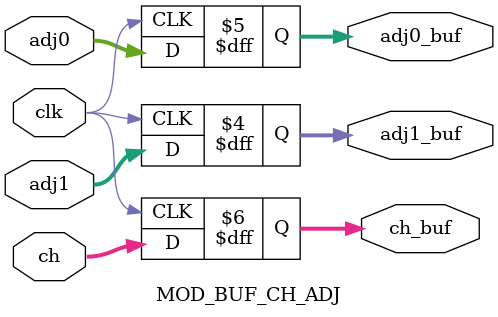
<source format=v>
/*
此模块功能：缓冲？
*/
module MOD_BUF_CH_ADJ(
    input clk,
    input [31:0]ch,
    input [31:0]adj0,
    input [31:0]adj1,
    output reg [31:0]ch_buf,
    output reg [31:0]adj0_buf,
    output reg [31:0]adj1_buf
    );

(* dont_touch = "true" *) always @(posedge clk) ch_buf<=ch;
(* dont_touch = "true" *) always @(posedge clk) adj0_buf<=adj0;
(* dont_touch = "true" *) always @(posedge clk) adj1_buf<=adj1;

endmodule

</source>
